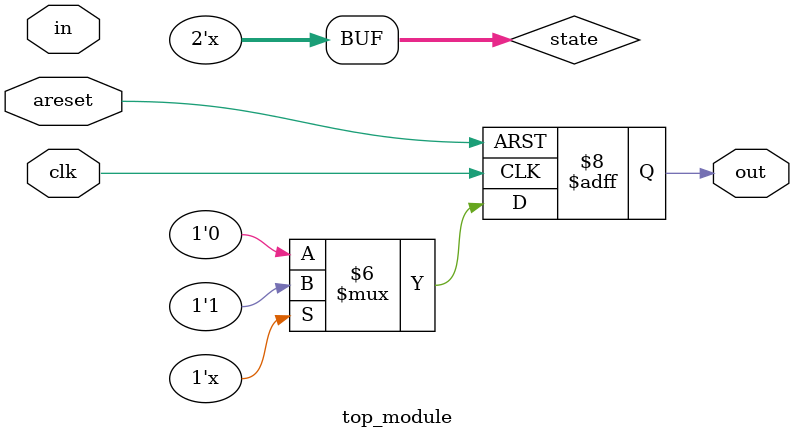
<source format=sv>
module top_module (
    input clk,
    input in,
    input areset,
    output reg out
);

    // Define the 2-bit state register
    reg [1:0] state;

    // Define the four states
    localparam A = 2'b00, B = 2'b01, C = 2'b10, D = 2'b11;

    // Combinational logic to determine the next state
    always @(*) begin
        case (state)
            A: begin
                if (in) state = B;
                else state = A;
            end
            B: begin
                if (in) state = B;
                else state = C;
            end
            C: begin
                if (in) state = D;
                else state = A;
            end
            D: begin
                if (in) state = B;
                else state = C;
            end
        endcase
    end

    // Sequential logic to update the state register
    always @(posedge clk or posedge areset) begin
        if (areset) state <= A;
        else state <= state;
    end

    // Set the output signal when in state D
    always @(posedge clk or posedge areset) begin
        if (areset) out <= 1'b0;
        else if (state == D) out <= 1'b1;
        else out <= 1'b0;
    end

endmodule

</source>
